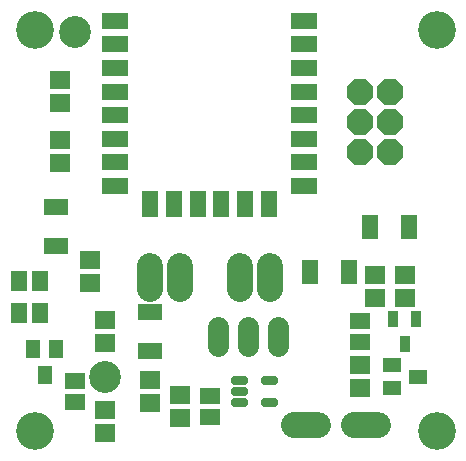
<source format=gbr>
G04 EAGLE Gerber RS-274X export*
G75*
%MOMM*%
%FSLAX34Y34*%
%LPD*%
%INSoldermask Top*%
%IPPOS*%
%AMOC8*
5,1,8,0,0,1.08239X$1,22.5*%
G01*
G04 Define Apertures*
%ADD10C,3.203200*%
%ADD11R,2.203200X1.403200*%
%ADD12R,1.403200X2.203200*%
%ADD13R,0.828000X1.426700*%
%ADD14R,1.703200X1.503200*%
%ADD15R,1.668500X1.367800*%
%ADD16R,1.603200X1.203200*%
%ADD17C,0.499716*%
%ADD18R,1.477900X2.053200*%
%ADD19R,2.053200X1.477900*%
%ADD20P,2.40204X8X112.5*%
%ADD21C,2.219200*%
%ADD22R,1.367800X1.668500*%
%ADD23R,1.203200X1.603200*%
%ADD24C,1.803200*%
%ADD25C,2.703200*%
D10*
X30000Y30000D03*
X370000Y370000D03*
X370000Y30000D03*
X30000Y370000D03*
D11*
X257800Y237440D03*
X257800Y257440D03*
X257800Y277440D03*
X257800Y297440D03*
X257800Y317440D03*
X257800Y337440D03*
X257800Y357440D03*
X257800Y377440D03*
X97800Y377440D03*
X97800Y337440D03*
X97800Y357440D03*
X97800Y317440D03*
X97800Y297440D03*
X97800Y277440D03*
X97800Y257440D03*
X97800Y237440D03*
D12*
X227800Y222640D03*
X207800Y222640D03*
X187800Y222640D03*
X167800Y222640D03*
X147800Y222640D03*
X127800Y222640D03*
D13*
X352400Y124940D03*
X333400Y124940D03*
X342900Y103660D03*
D14*
X127000Y73000D03*
X127000Y54000D03*
D15*
X177800Y59554D03*
X177800Y42046D03*
D16*
X353900Y76200D03*
X331900Y66700D03*
X331900Y85700D03*
D17*
X207918Y71532D02*
X198782Y71532D01*
X198782Y74468D01*
X207918Y74468D01*
X207918Y71532D01*
X207918Y62032D02*
X198782Y62032D01*
X198782Y64968D01*
X207918Y64968D01*
X207918Y62032D01*
X207918Y52532D02*
X198782Y52532D01*
X198782Y55468D01*
X207918Y55468D01*
X207918Y52532D01*
X223882Y52532D02*
X233018Y52532D01*
X223882Y52532D02*
X223882Y55468D01*
X233018Y55468D01*
X233018Y52532D01*
X233018Y71532D02*
X223882Y71532D01*
X223882Y74468D01*
X233018Y74468D01*
X233018Y71532D01*
D14*
X152400Y41300D03*
X152400Y60300D03*
X342900Y161900D03*
X342900Y142900D03*
X317500Y142900D03*
X317500Y161900D03*
X304800Y85700D03*
X304800Y66700D03*
D15*
X304800Y105546D03*
X304800Y123054D03*
D18*
X295603Y165100D03*
X263197Y165100D03*
X346403Y203200D03*
X313997Y203200D03*
D19*
X48000Y219403D03*
X48000Y186997D03*
D14*
X50800Y308000D03*
X50800Y327000D03*
X50800Y257200D03*
X50800Y276200D03*
D20*
X304800Y266700D03*
X330200Y266700D03*
X304800Y292100D03*
X330200Y292100D03*
X304800Y317500D03*
X330200Y317500D03*
D21*
X203200Y170080D02*
X203200Y149920D01*
X228600Y149920D02*
X228600Y170080D01*
X127000Y170080D02*
X127000Y149920D01*
X152400Y149920D02*
X152400Y170080D01*
D15*
X63500Y54746D03*
X63500Y72254D03*
D22*
X16646Y156853D03*
X34154Y156853D03*
D23*
X38100Y77900D03*
X28600Y99900D03*
X47600Y99900D03*
D22*
X16646Y130000D03*
X34154Y130000D03*
D24*
X235400Y118000D02*
X235400Y102000D01*
X210000Y102000D02*
X210000Y118000D01*
X184600Y118000D02*
X184600Y102000D01*
D14*
X88900Y47600D03*
X88900Y28600D03*
X88900Y123800D03*
X88900Y104800D03*
D19*
X127000Y98097D03*
X127000Y130503D03*
D14*
X76200Y155600D03*
X76200Y174600D03*
D21*
X249520Y35000D02*
X269680Y35000D01*
X300320Y35000D02*
X320480Y35000D01*
D25*
X88900Y76200D03*
X63500Y368300D03*
M02*

</source>
